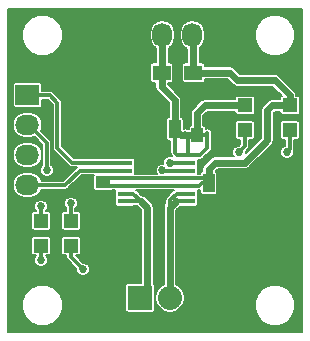
<source format=gtl>
G04 #@! TF.FileFunction,Copper,L1,Top,Signal*
%FSLAX46Y46*%
G04 Gerber Fmt 4.6, Leading zero omitted, Abs format (unit mm)*
G04 Created by KiCad (PCBNEW 0.201509151501+6198~30~ubuntu14.04.1-product) date Sun 04 Oct 2015 11:46:26 PM EDT*
%MOMM*%
G01*
G04 APERTURE LIST*
%ADD10C,0.100000*%
%ADD11C,0.685800*%
%ADD12R,1.000000X1.600000*%
%ADD13R,1.000000X1.250000*%
%ADD14R,1.250000X1.000000*%
%ADD15R,2.032000X1.727200*%
%ADD16O,2.032000X1.727200*%
%ADD17R,2.032000X2.032000*%
%ADD18O,2.032000X2.032000*%
%ADD19R,1.270000X0.406400*%
%ADD20R,1.198880X1.198880*%
%ADD21R,1.500000X1.300000*%
%ADD22R,1.727200X2.032000*%
%ADD23O,1.727200X2.032000*%
%ADD24C,0.609600*%
%ADD25C,0.304800*%
%ADD26C,0.152400*%
G04 APERTURE END LIST*
D10*
D11*
X160147000Y-132461000D03*
X158877000Y-132461000D03*
X157607000Y-132461000D03*
X160147000Y-131191000D03*
X158877000Y-131191000D03*
X157607000Y-131191000D03*
X160147000Y-129921000D03*
X158877000Y-129921000D03*
X157607000Y-129921000D03*
X160147000Y-128651000D03*
X158877000Y-128651000D03*
X157607000Y-128651000D03*
X176149000Y-118745000D03*
X173609000Y-118745000D03*
X167132000Y-127381000D03*
X167132000Y-131064000D03*
X161290000Y-126111000D03*
X171069000Y-131064000D03*
X169799000Y-131064000D03*
X168529000Y-131064000D03*
X174879000Y-118745000D03*
X167132000Y-125984000D03*
X167132000Y-128524000D03*
X167132000Y-129794000D03*
X161290000Y-127254000D03*
X171069000Y-129794000D03*
X169799000Y-129794000D03*
X168529000Y-129794000D03*
X173609000Y-120015000D03*
X162433000Y-127254000D03*
X161290000Y-124968000D03*
X162433000Y-126111000D03*
X162433000Y-124968000D03*
X171069000Y-128524000D03*
X169799000Y-128524000D03*
X168529000Y-128524000D03*
X174879000Y-120015000D03*
X176149000Y-127254000D03*
X174879000Y-127254000D03*
X173609000Y-127254000D03*
X172339000Y-127254000D03*
X171069000Y-127254000D03*
X169799000Y-127254000D03*
X168529000Y-127254000D03*
X176149000Y-120015000D03*
X176149000Y-125984000D03*
X174879000Y-125984000D03*
X173609000Y-125984000D03*
X172339000Y-125984000D03*
X171069000Y-125984000D03*
X169799000Y-125984000D03*
X168529000Y-125984000D03*
X176149000Y-121158000D03*
X176149000Y-124714000D03*
X174879000Y-124714000D03*
X173609000Y-124714000D03*
X172339000Y-124714000D03*
X171069000Y-124714000D03*
X169799000Y-124714000D03*
X168529000Y-124714000D03*
X174879000Y-121031000D03*
X176149000Y-123444000D03*
X174879000Y-123444000D03*
X173609000Y-123444000D03*
X172339000Y-123444000D03*
X171069000Y-123444000D03*
X169799000Y-123444000D03*
X168529000Y-123444000D03*
X173609000Y-121031000D03*
X176149000Y-122174000D03*
X174879000Y-122174000D03*
X173609000Y-122174000D03*
X172339000Y-122174000D03*
X171069000Y-122174000D03*
X169799000Y-122174000D03*
X168529000Y-122174000D03*
X163957000Y-113030000D03*
X161290000Y-115570000D03*
X160020000Y-115570000D03*
X158750000Y-115570000D03*
X157480000Y-115570000D03*
X163957000Y-114046000D03*
X161290000Y-114300000D03*
X160020000Y-114300000D03*
X158750000Y-114300000D03*
X157480000Y-114300000D03*
X162560000Y-113030000D03*
X161290000Y-113030000D03*
X160020000Y-113030000D03*
X158750000Y-113030000D03*
X157480000Y-113030000D03*
X162560000Y-111760000D03*
X161290000Y-111760000D03*
X160020000Y-111760000D03*
X158750000Y-111760000D03*
X157480000Y-111760000D03*
X162560000Y-110490000D03*
X161290000Y-110490000D03*
X160020000Y-110490000D03*
X158750000Y-110490000D03*
D12*
X168616500Y-120205500D03*
X171616500Y-120205500D03*
D13*
X167656000Y-116179600D03*
X169656000Y-116179600D03*
D12*
X165774500Y-115633500D03*
X162774500Y-115633500D03*
D14*
X159702500Y-120158000D03*
X159702500Y-122158000D03*
D15*
X153289000Y-112776000D03*
D16*
X153289000Y-115316000D03*
X153289000Y-117856000D03*
X153289000Y-120396000D03*
D17*
X162814000Y-129921000D03*
D18*
X165354000Y-129921000D03*
D19*
X161544000Y-117856000D03*
X161544000Y-118491000D03*
X161544000Y-119151400D03*
X161544000Y-119811800D03*
X161544000Y-120446800D03*
X161544000Y-121107200D03*
X161544000Y-121767600D03*
X161544000Y-122402600D03*
X161544000Y-123063000D03*
X161544000Y-123698000D03*
X166878000Y-123698000D03*
X166878000Y-123063000D03*
X166878000Y-122402600D03*
X166878000Y-121767600D03*
X166878000Y-121107200D03*
X166878000Y-120446800D03*
X166878000Y-119811800D03*
X166878000Y-119151400D03*
X166878000Y-118491000D03*
X166878000Y-117856000D03*
D20*
X175514000Y-113631980D03*
X175514000Y-115730020D03*
X171704000Y-113631980D03*
X171704000Y-115730020D03*
X156972000Y-123410980D03*
X156972000Y-125509020D03*
X154432000Y-123410980D03*
X154432000Y-125509020D03*
D21*
X167339000Y-110871000D03*
X164639000Y-110871000D03*
D22*
X162179000Y-107696000D03*
D23*
X164719000Y-107696000D03*
X167259000Y-107696000D03*
D11*
X157480000Y-110490000D03*
X154432000Y-122174000D03*
X154940000Y-119126000D03*
X165354000Y-118491000D03*
X156972000Y-121920000D03*
X164719000Y-119126000D03*
X175260000Y-117602000D03*
X171196000Y-117602000D03*
X157988000Y-127508000D03*
X154432000Y-126746000D03*
D24*
X171704000Y-113631980D02*
X168308020Y-113631980D01*
X167656000Y-114284000D02*
X167656000Y-116179600D01*
X168308020Y-113631980D02*
X167656000Y-114284000D01*
X164639000Y-110871000D02*
X164639000Y-112061000D01*
X165774500Y-113196500D02*
X165774500Y-115633500D01*
X164639000Y-112061000D02*
X165774500Y-113196500D01*
X164719000Y-107696000D02*
X164719000Y-110791000D01*
X164719000Y-110791000D02*
X164639000Y-110871000D01*
D25*
X166878000Y-117856000D02*
X167894000Y-117856000D01*
X168300400Y-116179600D02*
X167656000Y-116179600D01*
X168529000Y-115951000D02*
X168300400Y-116179600D01*
X168529000Y-117221000D02*
X168529000Y-115951000D01*
X167894000Y-117856000D02*
X168529000Y-117221000D01*
X166878000Y-117856000D02*
X166878000Y-116179600D01*
X166624000Y-115951000D02*
X166624000Y-116179600D01*
X166649400Y-115951000D02*
X166624000Y-115951000D01*
X166878000Y-116179600D02*
X166649400Y-115951000D01*
X166878000Y-117856000D02*
X165989000Y-117856000D01*
X165989000Y-117856000D02*
X165774500Y-117641500D01*
X165774500Y-117641500D02*
X165774500Y-115633500D01*
D24*
X167656000Y-116179600D02*
X166624000Y-116179600D01*
X166624000Y-116179600D02*
X166320600Y-116179600D01*
X166320600Y-116179600D02*
X165774500Y-115633500D01*
X175514000Y-113631980D02*
X174023020Y-113631980D01*
X168616500Y-119038500D02*
X168616500Y-120205500D01*
X169164000Y-118491000D02*
X168616500Y-119038500D01*
X171704000Y-118491000D02*
X169164000Y-118491000D01*
X173609000Y-116586000D02*
X171704000Y-118491000D01*
X173609000Y-114046000D02*
X173609000Y-116586000D01*
X174023020Y-113631980D02*
X173609000Y-114046000D01*
X167339000Y-110871000D02*
X170434000Y-110871000D01*
X175514000Y-112776000D02*
X175514000Y-113631980D01*
X174244000Y-111506000D02*
X175514000Y-112776000D01*
X171069000Y-111506000D02*
X174244000Y-111506000D01*
X170434000Y-110871000D02*
X171069000Y-111506000D01*
X167339000Y-110871000D02*
X167339000Y-107776000D01*
X167339000Y-107776000D02*
X167259000Y-107696000D01*
D25*
X161544000Y-120446800D02*
X159991300Y-120446800D01*
X159991300Y-120446800D02*
X159702500Y-120158000D01*
X161544000Y-119811800D02*
X160048700Y-119811800D01*
X160048700Y-119811800D02*
X159702500Y-120158000D01*
X166878000Y-119811800D02*
X161544000Y-119811800D01*
X166878000Y-120446800D02*
X161544000Y-120446800D01*
X166878000Y-119811800D02*
X168222800Y-119811800D01*
X168222800Y-119811800D02*
X168616500Y-120205500D01*
X168616500Y-120205500D02*
X168084500Y-120205500D01*
X167843200Y-120446800D02*
X166878000Y-120446800D01*
X168084500Y-120205500D02*
X167843200Y-120446800D01*
X153289000Y-112776000D02*
X155194000Y-112776000D01*
X157099000Y-118491000D02*
X161544000Y-118491000D01*
X155829000Y-117221000D02*
X157099000Y-118491000D01*
X155829000Y-113411000D02*
X155829000Y-117221000D01*
X155194000Y-112776000D02*
X155829000Y-113411000D01*
X153289000Y-115316000D02*
X153416000Y-115316000D01*
X153416000Y-115316000D02*
X154940000Y-116840000D01*
X154432000Y-122174000D02*
X154432000Y-123410980D01*
X154940000Y-116840000D02*
X154940000Y-119126000D01*
X165354000Y-118491000D02*
X166878000Y-118491000D01*
X156972000Y-121920000D02*
X156972000Y-123410980D01*
X164744400Y-119151400D02*
X166878000Y-119151400D01*
X164719000Y-119126000D02*
X164744400Y-119151400D01*
X153289000Y-120396000D02*
X156464000Y-120396000D01*
X157708600Y-119151400D02*
X161544000Y-119151400D01*
X156464000Y-120396000D02*
X157708600Y-119151400D01*
X161544000Y-121107200D02*
X162255200Y-121107200D01*
X162255200Y-121107200D02*
X162915600Y-121767600D01*
X161544000Y-121767600D02*
X162915600Y-121767600D01*
D24*
X163449000Y-122301000D02*
X163449000Y-129286000D01*
X162915600Y-121767600D02*
X163449000Y-122301000D01*
X163449000Y-129286000D02*
X162814000Y-129921000D01*
D25*
X166878000Y-121107200D02*
X165912800Y-121107200D01*
X165354000Y-121666000D02*
X165354000Y-122301000D01*
X165912800Y-121107200D02*
X165354000Y-121666000D01*
X166878000Y-121767600D02*
X165887400Y-121767600D01*
D24*
X165354000Y-122301000D02*
X165354000Y-129921000D01*
X165887400Y-121767600D02*
X165354000Y-122301000D01*
D25*
X175514000Y-115730020D02*
X175514000Y-117348000D01*
X175514000Y-117348000D02*
X175260000Y-117602000D01*
X171704000Y-115730020D02*
X171704000Y-117094000D01*
X171704000Y-117094000D02*
X171196000Y-117602000D01*
X156972000Y-125509020D02*
X156972000Y-126492000D01*
X156972000Y-126492000D02*
X157988000Y-127508000D01*
X154432000Y-125509020D02*
X154432000Y-126746000D01*
D26*
G36*
X176505400Y-132817400D02*
X151662600Y-132817400D01*
X151662600Y-130898331D01*
X152830101Y-130898331D01*
X153092710Y-131533894D01*
X153578548Y-132020581D01*
X154213652Y-132284299D01*
X154901331Y-132284899D01*
X155536894Y-132022290D01*
X156023581Y-131536452D01*
X156287299Y-130901348D01*
X156287899Y-130213669D01*
X156025290Y-129578106D01*
X155539452Y-129091419D01*
X154904348Y-128827701D01*
X154216669Y-128827101D01*
X153581106Y-129089710D01*
X153094419Y-129575548D01*
X152830701Y-130210652D01*
X152830101Y-130898331D01*
X151662600Y-130898331D01*
X151662600Y-124909580D01*
X153599482Y-124909580D01*
X153599482Y-126108460D01*
X153615422Y-126193174D01*
X153665488Y-126270978D01*
X153741880Y-126323175D01*
X153832560Y-126341538D01*
X154028240Y-126341538D01*
X153947789Y-126421849D01*
X153860600Y-126631823D01*
X153860401Y-126859180D01*
X153947224Y-127069306D01*
X154107849Y-127230211D01*
X154317823Y-127317400D01*
X154545180Y-127317599D01*
X154755306Y-127230776D01*
X154916211Y-127070151D01*
X155003400Y-126860177D01*
X155003599Y-126632820D01*
X154916776Y-126422694D01*
X154835761Y-126341538D01*
X155031440Y-126341538D01*
X155116154Y-126325598D01*
X155193958Y-126275532D01*
X155246155Y-126199140D01*
X155264518Y-126108460D01*
X155264518Y-124909580D01*
X156139482Y-124909580D01*
X156139482Y-126108460D01*
X156155422Y-126193174D01*
X156205488Y-126270978D01*
X156281880Y-126323175D01*
X156372560Y-126341538D01*
X156591000Y-126341538D01*
X156591000Y-126492000D01*
X156620002Y-126637803D01*
X156702592Y-126761408D01*
X157416529Y-127475345D01*
X157416401Y-127621180D01*
X157503224Y-127831306D01*
X157663849Y-127992211D01*
X157873823Y-128079400D01*
X158101180Y-128079599D01*
X158311306Y-127992776D01*
X158472211Y-127832151D01*
X158559400Y-127622177D01*
X158559599Y-127394820D01*
X158472776Y-127184694D01*
X158312151Y-127023789D01*
X158102177Y-126936600D01*
X157955287Y-126936471D01*
X157360354Y-126341538D01*
X157571440Y-126341538D01*
X157656154Y-126325598D01*
X157733958Y-126275532D01*
X157786155Y-126199140D01*
X157804518Y-126108460D01*
X157804518Y-124909580D01*
X157788578Y-124824866D01*
X157738512Y-124747062D01*
X157662120Y-124694865D01*
X157571440Y-124676502D01*
X156372560Y-124676502D01*
X156287846Y-124692442D01*
X156210042Y-124742508D01*
X156157845Y-124818900D01*
X156139482Y-124909580D01*
X155264518Y-124909580D01*
X155248578Y-124824866D01*
X155198512Y-124747062D01*
X155122120Y-124694865D01*
X155031440Y-124676502D01*
X153832560Y-124676502D01*
X153747846Y-124692442D01*
X153670042Y-124742508D01*
X153617845Y-124818900D01*
X153599482Y-124909580D01*
X151662600Y-124909580D01*
X151662600Y-122811540D01*
X153599482Y-122811540D01*
X153599482Y-124010420D01*
X153615422Y-124095134D01*
X153665488Y-124172938D01*
X153741880Y-124225135D01*
X153832560Y-124243498D01*
X155031440Y-124243498D01*
X155116154Y-124227558D01*
X155193958Y-124177492D01*
X155246155Y-124101100D01*
X155264518Y-124010420D01*
X155264518Y-122811540D01*
X156139482Y-122811540D01*
X156139482Y-124010420D01*
X156155422Y-124095134D01*
X156205488Y-124172938D01*
X156281880Y-124225135D01*
X156372560Y-124243498D01*
X157571440Y-124243498D01*
X157656154Y-124227558D01*
X157733958Y-124177492D01*
X157786155Y-124101100D01*
X157804518Y-124010420D01*
X157804518Y-122811540D01*
X157788578Y-122726826D01*
X157738512Y-122649022D01*
X157662120Y-122596825D01*
X157571440Y-122578462D01*
X157353000Y-122578462D01*
X157353000Y-122347182D01*
X157456211Y-122244151D01*
X157543400Y-122034177D01*
X157543599Y-121806820D01*
X157456776Y-121596694D01*
X157296151Y-121435789D01*
X157086177Y-121348600D01*
X156858820Y-121348401D01*
X156648694Y-121435224D01*
X156487789Y-121595849D01*
X156400600Y-121805823D01*
X156400401Y-122033180D01*
X156487224Y-122243306D01*
X156591000Y-122347263D01*
X156591000Y-122578462D01*
X156372560Y-122578462D01*
X156287846Y-122594402D01*
X156210042Y-122644468D01*
X156157845Y-122720860D01*
X156139482Y-122811540D01*
X155264518Y-122811540D01*
X155248578Y-122726826D01*
X155198512Y-122649022D01*
X155122120Y-122596825D01*
X155031440Y-122578462D01*
X154835760Y-122578462D01*
X154916211Y-122498151D01*
X155003400Y-122288177D01*
X155003599Y-122060820D01*
X154916776Y-121850694D01*
X154756151Y-121689789D01*
X154546177Y-121602600D01*
X154318820Y-121602401D01*
X154108694Y-121689224D01*
X153947789Y-121849849D01*
X153860600Y-122059823D01*
X153860401Y-122287180D01*
X153947224Y-122497306D01*
X154028239Y-122578462D01*
X153832560Y-122578462D01*
X153747846Y-122594402D01*
X153670042Y-122644468D01*
X153617845Y-122720860D01*
X153599482Y-122811540D01*
X151662600Y-122811540D01*
X151662600Y-120396000D01*
X152020017Y-120396000D01*
X152103156Y-120813967D01*
X152339915Y-121168302D01*
X152694250Y-121405061D01*
X153112217Y-121488200D01*
X153465783Y-121488200D01*
X153883750Y-121405061D01*
X154238085Y-121168302D01*
X154474844Y-120813967D01*
X154482197Y-120777000D01*
X156464000Y-120777000D01*
X156609803Y-120747998D01*
X156733408Y-120665408D01*
X157866416Y-119532400D01*
X158886645Y-119532400D01*
X158862785Y-119567320D01*
X158844422Y-119658000D01*
X158844422Y-120658000D01*
X158860362Y-120742714D01*
X158910428Y-120820518D01*
X158986820Y-120872715D01*
X159077500Y-120891078D01*
X160327500Y-120891078D01*
X160412214Y-120875138D01*
X160485779Y-120827800D01*
X160691353Y-120827800D01*
X160675922Y-120904000D01*
X160675922Y-121310400D01*
X160691862Y-121395114D01*
X160719087Y-121437422D01*
X160694285Y-121473720D01*
X160675922Y-121564400D01*
X160675922Y-121970800D01*
X160691862Y-122055514D01*
X160741928Y-122133318D01*
X160818320Y-122185515D01*
X160909000Y-122203878D01*
X162179000Y-122203878D01*
X162263714Y-122187938D01*
X162324846Y-122148600D01*
X162542258Y-122148600D01*
X162915600Y-122521941D01*
X162915600Y-128671922D01*
X161798000Y-128671922D01*
X161713286Y-128687862D01*
X161635482Y-128737928D01*
X161583285Y-128814320D01*
X161564922Y-128905000D01*
X161564922Y-130937000D01*
X161580862Y-131021714D01*
X161630928Y-131099518D01*
X161707320Y-131151715D01*
X161798000Y-131170078D01*
X163830000Y-131170078D01*
X163914714Y-131154138D01*
X163992518Y-131104072D01*
X164044715Y-131027680D01*
X164063078Y-130937000D01*
X164063078Y-128905000D01*
X164047138Y-128820286D01*
X163997072Y-128742482D01*
X163982400Y-128732457D01*
X163982400Y-122301005D01*
X163982401Y-122301000D01*
X163941797Y-122096877D01*
X163917705Y-122060820D01*
X163826171Y-121923829D01*
X163826168Y-121923827D01*
X163292771Y-121390429D01*
X163119723Y-121274803D01*
X162922360Y-121235545D01*
X162524608Y-120837792D01*
X162509654Y-120827800D01*
X165658346Y-120827800D01*
X165643392Y-120837792D01*
X165643390Y-120837795D01*
X165084592Y-121396592D01*
X165002002Y-121520197D01*
X164992493Y-121568002D01*
X164973000Y-121666000D01*
X164973000Y-121929560D01*
X164861203Y-122096877D01*
X164820600Y-122301000D01*
X164820600Y-128784918D01*
X164473935Y-129016552D01*
X164204140Y-129420329D01*
X164109400Y-129896617D01*
X164109400Y-129945383D01*
X164204140Y-130421671D01*
X164473935Y-130825448D01*
X164877712Y-131095243D01*
X165354000Y-131189983D01*
X165830288Y-131095243D01*
X166124987Y-130898331D01*
X172515101Y-130898331D01*
X172777710Y-131533894D01*
X173263548Y-132020581D01*
X173898652Y-132284299D01*
X174586331Y-132284899D01*
X175221894Y-132022290D01*
X175708581Y-131536452D01*
X175972299Y-130901348D01*
X175972899Y-130213669D01*
X175710290Y-129578106D01*
X175224452Y-129091419D01*
X174589348Y-128827701D01*
X173901669Y-128827101D01*
X173266106Y-129089710D01*
X172779419Y-129575548D01*
X172515701Y-130210652D01*
X172515101Y-130898331D01*
X166124987Y-130898331D01*
X166234065Y-130825448D01*
X166503860Y-130421671D01*
X166598600Y-129945383D01*
X166598600Y-129896617D01*
X166503860Y-129420329D01*
X166234065Y-129016552D01*
X165887400Y-128784918D01*
X165887400Y-122521942D01*
X166211784Y-122197557D01*
X166243000Y-122203878D01*
X167513000Y-122203878D01*
X167597714Y-122187938D01*
X167675518Y-122137872D01*
X167727715Y-122061480D01*
X167746078Y-121970800D01*
X167746078Y-121564400D01*
X167730138Y-121479686D01*
X167702913Y-121437378D01*
X167727715Y-121401080D01*
X167746078Y-121310400D01*
X167746078Y-120904000D01*
X167731740Y-120827800D01*
X167843200Y-120827800D01*
X167883422Y-120819799D01*
X167883422Y-121005500D01*
X167899362Y-121090214D01*
X167949428Y-121168018D01*
X168025820Y-121220215D01*
X168116500Y-121238578D01*
X169116500Y-121238578D01*
X169201214Y-121222638D01*
X169279018Y-121172572D01*
X169331215Y-121096180D01*
X169349578Y-121005500D01*
X169349578Y-119405500D01*
X169333638Y-119320786D01*
X169283572Y-119242982D01*
X169213939Y-119195403D01*
X169384942Y-119024400D01*
X171704000Y-119024400D01*
X171908123Y-118983797D01*
X172081171Y-118868171D01*
X173986171Y-116963171D01*
X174101797Y-116790123D01*
X174142400Y-116586000D01*
X174142400Y-115130580D01*
X174681482Y-115130580D01*
X174681482Y-116329460D01*
X174697422Y-116414174D01*
X174747488Y-116491978D01*
X174823880Y-116544175D01*
X174914560Y-116562538D01*
X175133000Y-116562538D01*
X175133000Y-117036111D01*
X174936694Y-117117224D01*
X174775789Y-117277849D01*
X174688600Y-117487823D01*
X174688401Y-117715180D01*
X174775224Y-117925306D01*
X174935849Y-118086211D01*
X175145823Y-118173400D01*
X175373180Y-118173599D01*
X175583306Y-118086776D01*
X175744211Y-117926151D01*
X175831400Y-117716177D01*
X175831550Y-117545359D01*
X175865998Y-117493803D01*
X175895000Y-117348000D01*
X175895000Y-116562538D01*
X176113440Y-116562538D01*
X176198154Y-116546598D01*
X176275958Y-116496532D01*
X176328155Y-116420140D01*
X176346518Y-116329460D01*
X176346518Y-115130580D01*
X176330578Y-115045866D01*
X176280512Y-114968062D01*
X176204120Y-114915865D01*
X176113440Y-114897502D01*
X174914560Y-114897502D01*
X174829846Y-114913442D01*
X174752042Y-114963508D01*
X174699845Y-115039900D01*
X174681482Y-115130580D01*
X174142400Y-115130580D01*
X174142400Y-114266942D01*
X174243962Y-114165380D01*
X174681482Y-114165380D01*
X174681482Y-114231420D01*
X174697422Y-114316134D01*
X174747488Y-114393938D01*
X174823880Y-114446135D01*
X174914560Y-114464498D01*
X176113440Y-114464498D01*
X176198154Y-114448558D01*
X176275958Y-114398492D01*
X176328155Y-114322100D01*
X176346518Y-114231420D01*
X176346518Y-113032540D01*
X176330578Y-112947826D01*
X176280512Y-112870022D01*
X176204120Y-112817825D01*
X176113440Y-112799462D01*
X176047400Y-112799462D01*
X176047400Y-112776000D01*
X176006797Y-112571877D01*
X176006797Y-112571876D01*
X175891171Y-112398829D01*
X174621171Y-111128829D01*
X174448123Y-111013203D01*
X174244000Y-110972600D01*
X171289941Y-110972600D01*
X170811171Y-110493829D01*
X170638123Y-110378203D01*
X170434000Y-110337600D01*
X168322078Y-110337600D01*
X168322078Y-110221000D01*
X168306138Y-110136286D01*
X168256072Y-110058482D01*
X168179680Y-110006285D01*
X168089000Y-109987922D01*
X167872400Y-109987922D01*
X167872400Y-108751260D01*
X168031302Y-108645085D01*
X168268061Y-108290750D01*
X168318270Y-108038331D01*
X172515101Y-108038331D01*
X172777710Y-108673894D01*
X173263548Y-109160581D01*
X173898652Y-109424299D01*
X174586331Y-109424899D01*
X175221894Y-109162290D01*
X175708581Y-108676452D01*
X175972299Y-108041348D01*
X175972899Y-107353669D01*
X175710290Y-106718106D01*
X175224452Y-106231419D01*
X174589348Y-105967701D01*
X173901669Y-105967101D01*
X173266106Y-106229710D01*
X172779419Y-106715548D01*
X172515701Y-107350652D01*
X172515101Y-108038331D01*
X168318270Y-108038331D01*
X168351200Y-107872783D01*
X168351200Y-107519217D01*
X168268061Y-107101250D01*
X168031302Y-106746915D01*
X167676967Y-106510156D01*
X167259000Y-106427017D01*
X166841033Y-106510156D01*
X166486698Y-106746915D01*
X166249939Y-107101250D01*
X166166800Y-107519217D01*
X166166800Y-107872783D01*
X166249939Y-108290750D01*
X166486698Y-108645085D01*
X166805600Y-108858168D01*
X166805600Y-109987922D01*
X166589000Y-109987922D01*
X166504286Y-110003862D01*
X166426482Y-110053928D01*
X166374285Y-110130320D01*
X166355922Y-110221000D01*
X166355922Y-111521000D01*
X166371862Y-111605714D01*
X166421928Y-111683518D01*
X166498320Y-111735715D01*
X166589000Y-111754078D01*
X168089000Y-111754078D01*
X168173714Y-111738138D01*
X168251518Y-111688072D01*
X168303715Y-111611680D01*
X168322078Y-111521000D01*
X168322078Y-111404400D01*
X170213058Y-111404400D01*
X170691827Y-111883168D01*
X170691829Y-111883171D01*
X170735574Y-111912400D01*
X170864877Y-111998797D01*
X171069000Y-112039401D01*
X171069005Y-112039400D01*
X174023058Y-112039400D01*
X174811114Y-112827456D01*
X174752042Y-112865468D01*
X174699845Y-112941860D01*
X174681482Y-113032540D01*
X174681482Y-113098580D01*
X174023025Y-113098580D01*
X174023020Y-113098579D01*
X173818897Y-113139183D01*
X173645849Y-113254809D01*
X173231829Y-113668829D01*
X173116203Y-113841877D01*
X173075600Y-114046000D01*
X173075600Y-116365058D01*
X171767438Y-117673220D01*
X171767529Y-117569287D01*
X171973405Y-117363410D01*
X171973408Y-117363408D01*
X172055998Y-117239802D01*
X172085000Y-117094000D01*
X172085000Y-116562538D01*
X172303440Y-116562538D01*
X172388154Y-116546598D01*
X172465958Y-116496532D01*
X172518155Y-116420140D01*
X172536518Y-116329460D01*
X172536518Y-115130580D01*
X172520578Y-115045866D01*
X172470512Y-114968062D01*
X172394120Y-114915865D01*
X172303440Y-114897502D01*
X171104560Y-114897502D01*
X171019846Y-114913442D01*
X170942042Y-114963508D01*
X170889845Y-115039900D01*
X170871482Y-115130580D01*
X170871482Y-116329460D01*
X170887422Y-116414174D01*
X170937488Y-116491978D01*
X171013880Y-116544175D01*
X171104560Y-116562538D01*
X171323000Y-116562538D01*
X171323000Y-116936185D01*
X171228656Y-117030529D01*
X171082820Y-117030401D01*
X170872694Y-117117224D01*
X170711789Y-117277849D01*
X170624600Y-117487823D01*
X170624401Y-117715180D01*
X170711224Y-117925306D01*
X170743462Y-117957600D01*
X169164000Y-117957600D01*
X168959877Y-117998203D01*
X168786829Y-118113829D01*
X168239329Y-118661329D01*
X168123703Y-118834377D01*
X168083100Y-119038500D01*
X168083100Y-119178707D01*
X168031786Y-119188362D01*
X167953982Y-119238428D01*
X167901785Y-119314820D01*
X167883422Y-119405500D01*
X167883422Y-119430800D01*
X167730647Y-119430800D01*
X167746078Y-119354600D01*
X167746078Y-118948200D01*
X167730138Y-118863486D01*
X167702913Y-118821178D01*
X167727715Y-118784880D01*
X167746078Y-118694200D01*
X167746078Y-118287800D01*
X167736519Y-118237000D01*
X167894000Y-118237000D01*
X168039803Y-118207998D01*
X168163408Y-118125408D01*
X168798405Y-117490410D01*
X168798408Y-117490408D01*
X168880998Y-117366802D01*
X168887803Y-117332592D01*
X168910001Y-117221000D01*
X168910000Y-117220995D01*
X168910000Y-115951000D01*
X168880998Y-115805198D01*
X168798408Y-115681592D01*
X168674802Y-115599002D01*
X168529000Y-115570000D01*
X168389078Y-115597832D01*
X168389078Y-115554600D01*
X168373138Y-115469886D01*
X168323072Y-115392082D01*
X168246680Y-115339885D01*
X168189400Y-115328286D01*
X168189400Y-114504942D01*
X168528961Y-114165380D01*
X170871482Y-114165380D01*
X170871482Y-114231420D01*
X170887422Y-114316134D01*
X170937488Y-114393938D01*
X171013880Y-114446135D01*
X171104560Y-114464498D01*
X172303440Y-114464498D01*
X172388154Y-114448558D01*
X172465958Y-114398492D01*
X172518155Y-114322100D01*
X172536518Y-114231420D01*
X172536518Y-113032540D01*
X172520578Y-112947826D01*
X172470512Y-112870022D01*
X172394120Y-112817825D01*
X172303440Y-112799462D01*
X171104560Y-112799462D01*
X171019846Y-112815402D01*
X170942042Y-112865468D01*
X170889845Y-112941860D01*
X170871482Y-113032540D01*
X170871482Y-113098580D01*
X168308025Y-113098580D01*
X168308020Y-113098579D01*
X168103897Y-113139183D01*
X167930849Y-113254809D01*
X167930847Y-113254812D01*
X167278829Y-113906829D01*
X167163203Y-114079877D01*
X167122600Y-114284000D01*
X167122600Y-115327807D01*
X167071286Y-115337462D01*
X166993482Y-115387528D01*
X166941285Y-115463920D01*
X166922922Y-115554600D01*
X166922922Y-115646200D01*
X166865840Y-115646200D01*
X166795203Y-115599002D01*
X166649400Y-115570000D01*
X166624000Y-115570000D01*
X166507578Y-115593158D01*
X166507578Y-114833500D01*
X166491638Y-114748786D01*
X166441572Y-114670982D01*
X166365180Y-114618785D01*
X166307900Y-114607186D01*
X166307900Y-113196505D01*
X166307901Y-113196500D01*
X166267297Y-112992377D01*
X166220141Y-112921803D01*
X166151671Y-112819329D01*
X166151668Y-112819327D01*
X165172400Y-111840058D01*
X165172400Y-111754078D01*
X165389000Y-111754078D01*
X165473714Y-111738138D01*
X165551518Y-111688072D01*
X165603715Y-111611680D01*
X165622078Y-111521000D01*
X165622078Y-110221000D01*
X165606138Y-110136286D01*
X165556072Y-110058482D01*
X165479680Y-110006285D01*
X165389000Y-109987922D01*
X165252400Y-109987922D01*
X165252400Y-108804714D01*
X165491302Y-108645085D01*
X165728061Y-108290750D01*
X165811200Y-107872783D01*
X165811200Y-107519217D01*
X165728061Y-107101250D01*
X165491302Y-106746915D01*
X165136967Y-106510156D01*
X164719000Y-106427017D01*
X164301033Y-106510156D01*
X163946698Y-106746915D01*
X163709939Y-107101250D01*
X163626800Y-107519217D01*
X163626800Y-107872783D01*
X163709939Y-108290750D01*
X163946698Y-108645085D01*
X164185600Y-108804714D01*
X164185600Y-109987922D01*
X163889000Y-109987922D01*
X163804286Y-110003862D01*
X163726482Y-110053928D01*
X163674285Y-110130320D01*
X163655922Y-110221000D01*
X163655922Y-111521000D01*
X163671862Y-111605714D01*
X163721928Y-111683518D01*
X163798320Y-111735715D01*
X163889000Y-111754078D01*
X164105600Y-111754078D01*
X164105600Y-112061000D01*
X164146203Y-112265123D01*
X164261829Y-112438171D01*
X165241100Y-113417441D01*
X165241100Y-114606707D01*
X165189786Y-114616362D01*
X165111982Y-114666428D01*
X165059785Y-114742820D01*
X165041422Y-114833500D01*
X165041422Y-116433500D01*
X165057362Y-116518214D01*
X165107428Y-116596018D01*
X165183820Y-116648215D01*
X165274500Y-116666578D01*
X165393500Y-116666578D01*
X165393500Y-117641500D01*
X165422502Y-117787303D01*
X165505092Y-117910908D01*
X165546169Y-117951985D01*
X165468177Y-117919600D01*
X165240820Y-117919401D01*
X165030694Y-118006224D01*
X164869789Y-118166849D01*
X164782600Y-118376823D01*
X164782444Y-118554556D01*
X164605820Y-118554401D01*
X164395694Y-118641224D01*
X164234789Y-118801849D01*
X164147600Y-119011823D01*
X164147401Y-119239180D01*
X164226577Y-119430800D01*
X162396647Y-119430800D01*
X162412078Y-119354600D01*
X162412078Y-118948200D01*
X162396138Y-118863486D01*
X162368913Y-118821178D01*
X162393715Y-118784880D01*
X162412078Y-118694200D01*
X162412078Y-118287800D01*
X162396138Y-118203086D01*
X162346072Y-118125282D01*
X162269680Y-118073085D01*
X162179000Y-118054722D01*
X160909000Y-118054722D01*
X160824286Y-118070662D01*
X160763154Y-118110000D01*
X157256816Y-118110000D01*
X156210000Y-117063184D01*
X156210000Y-113411005D01*
X156210001Y-113411000D01*
X156180998Y-113265198D01*
X156108703Y-113157000D01*
X156098408Y-113141592D01*
X156098405Y-113141590D01*
X155463408Y-112506592D01*
X155339803Y-112424002D01*
X155194000Y-112395000D01*
X154538078Y-112395000D01*
X154538078Y-111912400D01*
X154522138Y-111827686D01*
X154472072Y-111749882D01*
X154395680Y-111697685D01*
X154305000Y-111679322D01*
X152273000Y-111679322D01*
X152188286Y-111695262D01*
X152110482Y-111745328D01*
X152058285Y-111821720D01*
X152039922Y-111912400D01*
X152039922Y-113639600D01*
X152055862Y-113724314D01*
X152105928Y-113802118D01*
X152182320Y-113854315D01*
X152273000Y-113872678D01*
X154305000Y-113872678D01*
X154389714Y-113856738D01*
X154467518Y-113806672D01*
X154519715Y-113730280D01*
X154538078Y-113639600D01*
X154538078Y-113157000D01*
X155036184Y-113157000D01*
X155448000Y-113568815D01*
X155448000Y-117221000D01*
X155477002Y-117366803D01*
X155559592Y-117490408D01*
X156829592Y-118760408D01*
X156953197Y-118842998D01*
X157099000Y-118872000D01*
X157454146Y-118872000D01*
X157439192Y-118881992D01*
X156306184Y-120015000D01*
X154482197Y-120015000D01*
X154474844Y-119978033D01*
X154238085Y-119623698D01*
X153883750Y-119386939D01*
X153465783Y-119303800D01*
X153112217Y-119303800D01*
X152694250Y-119386939D01*
X152339915Y-119623698D01*
X152103156Y-119978033D01*
X152020017Y-120396000D01*
X151662600Y-120396000D01*
X151662600Y-117856000D01*
X152020017Y-117856000D01*
X152103156Y-118273967D01*
X152339915Y-118628302D01*
X152694250Y-118865061D01*
X153112217Y-118948200D01*
X153465783Y-118948200D01*
X153883750Y-118865061D01*
X154238085Y-118628302D01*
X154474844Y-118273967D01*
X154557983Y-117856000D01*
X154474844Y-117438033D01*
X154238085Y-117083698D01*
X153883750Y-116846939D01*
X153465783Y-116763800D01*
X153112217Y-116763800D01*
X152694250Y-116846939D01*
X152339915Y-117083698D01*
X152103156Y-117438033D01*
X152020017Y-117856000D01*
X151662600Y-117856000D01*
X151662600Y-115316000D01*
X152020017Y-115316000D01*
X152103156Y-115733967D01*
X152339915Y-116088302D01*
X152694250Y-116325061D01*
X153112217Y-116408200D01*
X153465783Y-116408200D01*
X153883750Y-116325061D01*
X153885246Y-116324061D01*
X154559000Y-116997815D01*
X154559000Y-118698818D01*
X154455789Y-118801849D01*
X154368600Y-119011823D01*
X154368401Y-119239180D01*
X154455224Y-119449306D01*
X154615849Y-119610211D01*
X154825823Y-119697400D01*
X155053180Y-119697599D01*
X155263306Y-119610776D01*
X155424211Y-119450151D01*
X155511400Y-119240177D01*
X155511599Y-119012820D01*
X155424776Y-118802694D01*
X155321000Y-118698737D01*
X155321000Y-116840000D01*
X155291998Y-116694198D01*
X155209408Y-116570592D01*
X155209405Y-116570590D01*
X154433964Y-115795148D01*
X154474844Y-115733967D01*
X154557983Y-115316000D01*
X154474844Y-114898033D01*
X154238085Y-114543698D01*
X153883750Y-114306939D01*
X153465783Y-114223800D01*
X153112217Y-114223800D01*
X152694250Y-114306939D01*
X152339915Y-114543698D01*
X152103156Y-114898033D01*
X152020017Y-115316000D01*
X151662600Y-115316000D01*
X151662600Y-108038331D01*
X152830101Y-108038331D01*
X153092710Y-108673894D01*
X153578548Y-109160581D01*
X154213652Y-109424299D01*
X154901331Y-109424899D01*
X155536894Y-109162290D01*
X156023581Y-108676452D01*
X156287299Y-108041348D01*
X156287899Y-107353669D01*
X156025290Y-106718106D01*
X155539452Y-106231419D01*
X154904348Y-105967701D01*
X154216669Y-105967101D01*
X153581106Y-106229710D01*
X153094419Y-106715548D01*
X152830701Y-107350652D01*
X152830101Y-108038331D01*
X151662600Y-108038331D01*
X151662600Y-105434600D01*
X176505400Y-105434600D01*
X176505400Y-132817400D01*
X176505400Y-132817400D01*
G37*
X176505400Y-132817400D02*
X151662600Y-132817400D01*
X151662600Y-130898331D01*
X152830101Y-130898331D01*
X153092710Y-131533894D01*
X153578548Y-132020581D01*
X154213652Y-132284299D01*
X154901331Y-132284899D01*
X155536894Y-132022290D01*
X156023581Y-131536452D01*
X156287299Y-130901348D01*
X156287899Y-130213669D01*
X156025290Y-129578106D01*
X155539452Y-129091419D01*
X154904348Y-128827701D01*
X154216669Y-128827101D01*
X153581106Y-129089710D01*
X153094419Y-129575548D01*
X152830701Y-130210652D01*
X152830101Y-130898331D01*
X151662600Y-130898331D01*
X151662600Y-124909580D01*
X153599482Y-124909580D01*
X153599482Y-126108460D01*
X153615422Y-126193174D01*
X153665488Y-126270978D01*
X153741880Y-126323175D01*
X153832560Y-126341538D01*
X154028240Y-126341538D01*
X153947789Y-126421849D01*
X153860600Y-126631823D01*
X153860401Y-126859180D01*
X153947224Y-127069306D01*
X154107849Y-127230211D01*
X154317823Y-127317400D01*
X154545180Y-127317599D01*
X154755306Y-127230776D01*
X154916211Y-127070151D01*
X155003400Y-126860177D01*
X155003599Y-126632820D01*
X154916776Y-126422694D01*
X154835761Y-126341538D01*
X155031440Y-126341538D01*
X155116154Y-126325598D01*
X155193958Y-126275532D01*
X155246155Y-126199140D01*
X155264518Y-126108460D01*
X155264518Y-124909580D01*
X156139482Y-124909580D01*
X156139482Y-126108460D01*
X156155422Y-126193174D01*
X156205488Y-126270978D01*
X156281880Y-126323175D01*
X156372560Y-126341538D01*
X156591000Y-126341538D01*
X156591000Y-126492000D01*
X156620002Y-126637803D01*
X156702592Y-126761408D01*
X157416529Y-127475345D01*
X157416401Y-127621180D01*
X157503224Y-127831306D01*
X157663849Y-127992211D01*
X157873823Y-128079400D01*
X158101180Y-128079599D01*
X158311306Y-127992776D01*
X158472211Y-127832151D01*
X158559400Y-127622177D01*
X158559599Y-127394820D01*
X158472776Y-127184694D01*
X158312151Y-127023789D01*
X158102177Y-126936600D01*
X157955287Y-126936471D01*
X157360354Y-126341538D01*
X157571440Y-126341538D01*
X157656154Y-126325598D01*
X157733958Y-126275532D01*
X157786155Y-126199140D01*
X157804518Y-126108460D01*
X157804518Y-124909580D01*
X157788578Y-124824866D01*
X157738512Y-124747062D01*
X157662120Y-124694865D01*
X157571440Y-124676502D01*
X156372560Y-124676502D01*
X156287846Y-124692442D01*
X156210042Y-124742508D01*
X156157845Y-124818900D01*
X156139482Y-124909580D01*
X155264518Y-124909580D01*
X155248578Y-124824866D01*
X155198512Y-124747062D01*
X155122120Y-124694865D01*
X155031440Y-124676502D01*
X153832560Y-124676502D01*
X153747846Y-124692442D01*
X153670042Y-124742508D01*
X153617845Y-124818900D01*
X153599482Y-124909580D01*
X151662600Y-124909580D01*
X151662600Y-122811540D01*
X153599482Y-122811540D01*
X153599482Y-124010420D01*
X153615422Y-124095134D01*
X153665488Y-124172938D01*
X153741880Y-124225135D01*
X153832560Y-124243498D01*
X155031440Y-124243498D01*
X155116154Y-124227558D01*
X155193958Y-124177492D01*
X155246155Y-124101100D01*
X155264518Y-124010420D01*
X155264518Y-122811540D01*
X156139482Y-122811540D01*
X156139482Y-124010420D01*
X156155422Y-124095134D01*
X156205488Y-124172938D01*
X156281880Y-124225135D01*
X156372560Y-124243498D01*
X157571440Y-124243498D01*
X157656154Y-124227558D01*
X157733958Y-124177492D01*
X157786155Y-124101100D01*
X157804518Y-124010420D01*
X157804518Y-122811540D01*
X157788578Y-122726826D01*
X157738512Y-122649022D01*
X157662120Y-122596825D01*
X157571440Y-122578462D01*
X157353000Y-122578462D01*
X157353000Y-122347182D01*
X157456211Y-122244151D01*
X157543400Y-122034177D01*
X157543599Y-121806820D01*
X157456776Y-121596694D01*
X157296151Y-121435789D01*
X157086177Y-121348600D01*
X156858820Y-121348401D01*
X156648694Y-121435224D01*
X156487789Y-121595849D01*
X156400600Y-121805823D01*
X156400401Y-122033180D01*
X156487224Y-122243306D01*
X156591000Y-122347263D01*
X156591000Y-122578462D01*
X156372560Y-122578462D01*
X156287846Y-122594402D01*
X156210042Y-122644468D01*
X156157845Y-122720860D01*
X156139482Y-122811540D01*
X155264518Y-122811540D01*
X155248578Y-122726826D01*
X155198512Y-122649022D01*
X155122120Y-122596825D01*
X155031440Y-122578462D01*
X154835760Y-122578462D01*
X154916211Y-122498151D01*
X155003400Y-122288177D01*
X155003599Y-122060820D01*
X154916776Y-121850694D01*
X154756151Y-121689789D01*
X154546177Y-121602600D01*
X154318820Y-121602401D01*
X154108694Y-121689224D01*
X153947789Y-121849849D01*
X153860600Y-122059823D01*
X153860401Y-122287180D01*
X153947224Y-122497306D01*
X154028239Y-122578462D01*
X153832560Y-122578462D01*
X153747846Y-122594402D01*
X153670042Y-122644468D01*
X153617845Y-122720860D01*
X153599482Y-122811540D01*
X151662600Y-122811540D01*
X151662600Y-120396000D01*
X152020017Y-120396000D01*
X152103156Y-120813967D01*
X152339915Y-121168302D01*
X152694250Y-121405061D01*
X153112217Y-121488200D01*
X153465783Y-121488200D01*
X153883750Y-121405061D01*
X154238085Y-121168302D01*
X154474844Y-120813967D01*
X154482197Y-120777000D01*
X156464000Y-120777000D01*
X156609803Y-120747998D01*
X156733408Y-120665408D01*
X157866416Y-119532400D01*
X158886645Y-119532400D01*
X158862785Y-119567320D01*
X158844422Y-119658000D01*
X158844422Y-120658000D01*
X158860362Y-120742714D01*
X158910428Y-120820518D01*
X158986820Y-120872715D01*
X159077500Y-120891078D01*
X160327500Y-120891078D01*
X160412214Y-120875138D01*
X160485779Y-120827800D01*
X160691353Y-120827800D01*
X160675922Y-120904000D01*
X160675922Y-121310400D01*
X160691862Y-121395114D01*
X160719087Y-121437422D01*
X160694285Y-121473720D01*
X160675922Y-121564400D01*
X160675922Y-121970800D01*
X160691862Y-122055514D01*
X160741928Y-122133318D01*
X160818320Y-122185515D01*
X160909000Y-122203878D01*
X162179000Y-122203878D01*
X162263714Y-122187938D01*
X162324846Y-122148600D01*
X162542258Y-122148600D01*
X162915600Y-122521941D01*
X162915600Y-128671922D01*
X161798000Y-128671922D01*
X161713286Y-128687862D01*
X161635482Y-128737928D01*
X161583285Y-128814320D01*
X161564922Y-128905000D01*
X161564922Y-130937000D01*
X161580862Y-131021714D01*
X161630928Y-131099518D01*
X161707320Y-131151715D01*
X161798000Y-131170078D01*
X163830000Y-131170078D01*
X163914714Y-131154138D01*
X163992518Y-131104072D01*
X164044715Y-131027680D01*
X164063078Y-130937000D01*
X164063078Y-128905000D01*
X164047138Y-128820286D01*
X163997072Y-128742482D01*
X163982400Y-128732457D01*
X163982400Y-122301005D01*
X163982401Y-122301000D01*
X163941797Y-122096877D01*
X163917705Y-122060820D01*
X163826171Y-121923829D01*
X163826168Y-121923827D01*
X163292771Y-121390429D01*
X163119723Y-121274803D01*
X162922360Y-121235545D01*
X162524608Y-120837792D01*
X162509654Y-120827800D01*
X165658346Y-120827800D01*
X165643392Y-120837792D01*
X165643390Y-120837795D01*
X165084592Y-121396592D01*
X165002002Y-121520197D01*
X164992493Y-121568002D01*
X164973000Y-121666000D01*
X164973000Y-121929560D01*
X164861203Y-122096877D01*
X164820600Y-122301000D01*
X164820600Y-128784918D01*
X164473935Y-129016552D01*
X164204140Y-129420329D01*
X164109400Y-129896617D01*
X164109400Y-129945383D01*
X164204140Y-130421671D01*
X164473935Y-130825448D01*
X164877712Y-131095243D01*
X165354000Y-131189983D01*
X165830288Y-131095243D01*
X166124987Y-130898331D01*
X172515101Y-130898331D01*
X172777710Y-131533894D01*
X173263548Y-132020581D01*
X173898652Y-132284299D01*
X174586331Y-132284899D01*
X175221894Y-132022290D01*
X175708581Y-131536452D01*
X175972299Y-130901348D01*
X175972899Y-130213669D01*
X175710290Y-129578106D01*
X175224452Y-129091419D01*
X174589348Y-128827701D01*
X173901669Y-128827101D01*
X173266106Y-129089710D01*
X172779419Y-129575548D01*
X172515701Y-130210652D01*
X172515101Y-130898331D01*
X166124987Y-130898331D01*
X166234065Y-130825448D01*
X166503860Y-130421671D01*
X166598600Y-129945383D01*
X166598600Y-129896617D01*
X166503860Y-129420329D01*
X166234065Y-129016552D01*
X165887400Y-128784918D01*
X165887400Y-122521942D01*
X166211784Y-122197557D01*
X166243000Y-122203878D01*
X167513000Y-122203878D01*
X167597714Y-122187938D01*
X167675518Y-122137872D01*
X167727715Y-122061480D01*
X167746078Y-121970800D01*
X167746078Y-121564400D01*
X167730138Y-121479686D01*
X167702913Y-121437378D01*
X167727715Y-121401080D01*
X167746078Y-121310400D01*
X167746078Y-120904000D01*
X167731740Y-120827800D01*
X167843200Y-120827800D01*
X167883422Y-120819799D01*
X167883422Y-121005500D01*
X167899362Y-121090214D01*
X167949428Y-121168018D01*
X168025820Y-121220215D01*
X168116500Y-121238578D01*
X169116500Y-121238578D01*
X169201214Y-121222638D01*
X169279018Y-121172572D01*
X169331215Y-121096180D01*
X169349578Y-121005500D01*
X169349578Y-119405500D01*
X169333638Y-119320786D01*
X169283572Y-119242982D01*
X169213939Y-119195403D01*
X169384942Y-119024400D01*
X171704000Y-119024400D01*
X171908123Y-118983797D01*
X172081171Y-118868171D01*
X173986171Y-116963171D01*
X174101797Y-116790123D01*
X174142400Y-116586000D01*
X174142400Y-115130580D01*
X174681482Y-115130580D01*
X174681482Y-116329460D01*
X174697422Y-116414174D01*
X174747488Y-116491978D01*
X174823880Y-116544175D01*
X174914560Y-116562538D01*
X175133000Y-116562538D01*
X175133000Y-117036111D01*
X174936694Y-117117224D01*
X174775789Y-117277849D01*
X174688600Y-117487823D01*
X174688401Y-117715180D01*
X174775224Y-117925306D01*
X174935849Y-118086211D01*
X175145823Y-118173400D01*
X175373180Y-118173599D01*
X175583306Y-118086776D01*
X175744211Y-117926151D01*
X175831400Y-117716177D01*
X175831550Y-117545359D01*
X175865998Y-117493803D01*
X175895000Y-117348000D01*
X175895000Y-116562538D01*
X176113440Y-116562538D01*
X176198154Y-116546598D01*
X176275958Y-116496532D01*
X176328155Y-116420140D01*
X176346518Y-116329460D01*
X176346518Y-115130580D01*
X176330578Y-115045866D01*
X176280512Y-114968062D01*
X176204120Y-114915865D01*
X176113440Y-114897502D01*
X174914560Y-114897502D01*
X174829846Y-114913442D01*
X174752042Y-114963508D01*
X174699845Y-115039900D01*
X174681482Y-115130580D01*
X174142400Y-115130580D01*
X174142400Y-114266942D01*
X174243962Y-114165380D01*
X174681482Y-114165380D01*
X174681482Y-114231420D01*
X174697422Y-114316134D01*
X174747488Y-114393938D01*
X174823880Y-114446135D01*
X174914560Y-114464498D01*
X176113440Y-114464498D01*
X176198154Y-114448558D01*
X176275958Y-114398492D01*
X176328155Y-114322100D01*
X176346518Y-114231420D01*
X176346518Y-113032540D01*
X176330578Y-112947826D01*
X176280512Y-112870022D01*
X176204120Y-112817825D01*
X176113440Y-112799462D01*
X176047400Y-112799462D01*
X176047400Y-112776000D01*
X176006797Y-112571877D01*
X176006797Y-112571876D01*
X175891171Y-112398829D01*
X174621171Y-111128829D01*
X174448123Y-111013203D01*
X174244000Y-110972600D01*
X171289941Y-110972600D01*
X170811171Y-110493829D01*
X170638123Y-110378203D01*
X170434000Y-110337600D01*
X168322078Y-110337600D01*
X168322078Y-110221000D01*
X168306138Y-110136286D01*
X168256072Y-110058482D01*
X168179680Y-110006285D01*
X168089000Y-109987922D01*
X167872400Y-109987922D01*
X167872400Y-108751260D01*
X168031302Y-108645085D01*
X168268061Y-108290750D01*
X168318270Y-108038331D01*
X172515101Y-108038331D01*
X172777710Y-108673894D01*
X173263548Y-109160581D01*
X173898652Y-109424299D01*
X174586331Y-109424899D01*
X175221894Y-109162290D01*
X175708581Y-108676452D01*
X175972299Y-108041348D01*
X175972899Y-107353669D01*
X175710290Y-106718106D01*
X175224452Y-106231419D01*
X174589348Y-105967701D01*
X173901669Y-105967101D01*
X173266106Y-106229710D01*
X172779419Y-106715548D01*
X172515701Y-107350652D01*
X172515101Y-108038331D01*
X168318270Y-108038331D01*
X168351200Y-107872783D01*
X168351200Y-107519217D01*
X168268061Y-107101250D01*
X168031302Y-106746915D01*
X167676967Y-106510156D01*
X167259000Y-106427017D01*
X166841033Y-106510156D01*
X166486698Y-106746915D01*
X166249939Y-107101250D01*
X166166800Y-107519217D01*
X166166800Y-107872783D01*
X166249939Y-108290750D01*
X166486698Y-108645085D01*
X166805600Y-108858168D01*
X166805600Y-109987922D01*
X166589000Y-109987922D01*
X166504286Y-110003862D01*
X166426482Y-110053928D01*
X166374285Y-110130320D01*
X166355922Y-110221000D01*
X166355922Y-111521000D01*
X166371862Y-111605714D01*
X166421928Y-111683518D01*
X166498320Y-111735715D01*
X166589000Y-111754078D01*
X168089000Y-111754078D01*
X168173714Y-111738138D01*
X168251518Y-111688072D01*
X168303715Y-111611680D01*
X168322078Y-111521000D01*
X168322078Y-111404400D01*
X170213058Y-111404400D01*
X170691827Y-111883168D01*
X170691829Y-111883171D01*
X170735574Y-111912400D01*
X170864877Y-111998797D01*
X171069000Y-112039401D01*
X171069005Y-112039400D01*
X174023058Y-112039400D01*
X174811114Y-112827456D01*
X174752042Y-112865468D01*
X174699845Y-112941860D01*
X174681482Y-113032540D01*
X174681482Y-113098580D01*
X174023025Y-113098580D01*
X174023020Y-113098579D01*
X173818897Y-113139183D01*
X173645849Y-113254809D01*
X173231829Y-113668829D01*
X173116203Y-113841877D01*
X173075600Y-114046000D01*
X173075600Y-116365058D01*
X171767438Y-117673220D01*
X171767529Y-117569287D01*
X171973405Y-117363410D01*
X171973408Y-117363408D01*
X172055998Y-117239802D01*
X172085000Y-117094000D01*
X172085000Y-116562538D01*
X172303440Y-116562538D01*
X172388154Y-116546598D01*
X172465958Y-116496532D01*
X172518155Y-116420140D01*
X172536518Y-116329460D01*
X172536518Y-115130580D01*
X172520578Y-115045866D01*
X172470512Y-114968062D01*
X172394120Y-114915865D01*
X172303440Y-114897502D01*
X171104560Y-114897502D01*
X171019846Y-114913442D01*
X170942042Y-114963508D01*
X170889845Y-115039900D01*
X170871482Y-115130580D01*
X170871482Y-116329460D01*
X170887422Y-116414174D01*
X170937488Y-116491978D01*
X171013880Y-116544175D01*
X171104560Y-116562538D01*
X171323000Y-116562538D01*
X171323000Y-116936185D01*
X171228656Y-117030529D01*
X171082820Y-117030401D01*
X170872694Y-117117224D01*
X170711789Y-117277849D01*
X170624600Y-117487823D01*
X170624401Y-117715180D01*
X170711224Y-117925306D01*
X170743462Y-117957600D01*
X169164000Y-117957600D01*
X168959877Y-117998203D01*
X168786829Y-118113829D01*
X168239329Y-118661329D01*
X168123703Y-118834377D01*
X168083100Y-119038500D01*
X168083100Y-119178707D01*
X168031786Y-119188362D01*
X167953982Y-119238428D01*
X167901785Y-119314820D01*
X167883422Y-119405500D01*
X167883422Y-119430800D01*
X167730647Y-119430800D01*
X167746078Y-119354600D01*
X167746078Y-118948200D01*
X167730138Y-118863486D01*
X167702913Y-118821178D01*
X167727715Y-118784880D01*
X167746078Y-118694200D01*
X167746078Y-118287800D01*
X167736519Y-118237000D01*
X167894000Y-118237000D01*
X168039803Y-118207998D01*
X168163408Y-118125408D01*
X168798405Y-117490410D01*
X168798408Y-117490408D01*
X168880998Y-117366802D01*
X168887803Y-117332592D01*
X168910001Y-117221000D01*
X168910000Y-117220995D01*
X168910000Y-115951000D01*
X168880998Y-115805198D01*
X168798408Y-115681592D01*
X168674802Y-115599002D01*
X168529000Y-115570000D01*
X168389078Y-115597832D01*
X168389078Y-115554600D01*
X168373138Y-115469886D01*
X168323072Y-115392082D01*
X168246680Y-115339885D01*
X168189400Y-115328286D01*
X168189400Y-114504942D01*
X168528961Y-114165380D01*
X170871482Y-114165380D01*
X170871482Y-114231420D01*
X170887422Y-114316134D01*
X170937488Y-114393938D01*
X171013880Y-114446135D01*
X171104560Y-114464498D01*
X172303440Y-114464498D01*
X172388154Y-114448558D01*
X172465958Y-114398492D01*
X172518155Y-114322100D01*
X172536518Y-114231420D01*
X172536518Y-113032540D01*
X172520578Y-112947826D01*
X172470512Y-112870022D01*
X172394120Y-112817825D01*
X172303440Y-112799462D01*
X171104560Y-112799462D01*
X171019846Y-112815402D01*
X170942042Y-112865468D01*
X170889845Y-112941860D01*
X170871482Y-113032540D01*
X170871482Y-113098580D01*
X168308025Y-113098580D01*
X168308020Y-113098579D01*
X168103897Y-113139183D01*
X167930849Y-113254809D01*
X167930847Y-113254812D01*
X167278829Y-113906829D01*
X167163203Y-114079877D01*
X167122600Y-114284000D01*
X167122600Y-115327807D01*
X167071286Y-115337462D01*
X166993482Y-115387528D01*
X166941285Y-115463920D01*
X166922922Y-115554600D01*
X166922922Y-115646200D01*
X166865840Y-115646200D01*
X166795203Y-115599002D01*
X166649400Y-115570000D01*
X166624000Y-115570000D01*
X166507578Y-115593158D01*
X166507578Y-114833500D01*
X166491638Y-114748786D01*
X166441572Y-114670982D01*
X166365180Y-114618785D01*
X166307900Y-114607186D01*
X166307900Y-113196505D01*
X166307901Y-113196500D01*
X166267297Y-112992377D01*
X166220141Y-112921803D01*
X166151671Y-112819329D01*
X166151668Y-112819327D01*
X165172400Y-111840058D01*
X165172400Y-111754078D01*
X165389000Y-111754078D01*
X165473714Y-111738138D01*
X165551518Y-111688072D01*
X165603715Y-111611680D01*
X165622078Y-111521000D01*
X165622078Y-110221000D01*
X165606138Y-110136286D01*
X165556072Y-110058482D01*
X165479680Y-110006285D01*
X165389000Y-109987922D01*
X165252400Y-109987922D01*
X165252400Y-108804714D01*
X165491302Y-108645085D01*
X165728061Y-108290750D01*
X165811200Y-107872783D01*
X165811200Y-107519217D01*
X165728061Y-107101250D01*
X165491302Y-106746915D01*
X165136967Y-106510156D01*
X164719000Y-106427017D01*
X164301033Y-106510156D01*
X163946698Y-106746915D01*
X163709939Y-107101250D01*
X163626800Y-107519217D01*
X163626800Y-107872783D01*
X163709939Y-108290750D01*
X163946698Y-108645085D01*
X164185600Y-108804714D01*
X164185600Y-109987922D01*
X163889000Y-109987922D01*
X163804286Y-110003862D01*
X163726482Y-110053928D01*
X163674285Y-110130320D01*
X163655922Y-110221000D01*
X163655922Y-111521000D01*
X163671862Y-111605714D01*
X163721928Y-111683518D01*
X163798320Y-111735715D01*
X163889000Y-111754078D01*
X164105600Y-111754078D01*
X164105600Y-112061000D01*
X164146203Y-112265123D01*
X164261829Y-112438171D01*
X165241100Y-113417441D01*
X165241100Y-114606707D01*
X165189786Y-114616362D01*
X165111982Y-114666428D01*
X165059785Y-114742820D01*
X165041422Y-114833500D01*
X165041422Y-116433500D01*
X165057362Y-116518214D01*
X165107428Y-116596018D01*
X165183820Y-116648215D01*
X165274500Y-116666578D01*
X165393500Y-116666578D01*
X165393500Y-117641500D01*
X165422502Y-117787303D01*
X165505092Y-117910908D01*
X165546169Y-117951985D01*
X165468177Y-117919600D01*
X165240820Y-117919401D01*
X165030694Y-118006224D01*
X164869789Y-118166849D01*
X164782600Y-118376823D01*
X164782444Y-118554556D01*
X164605820Y-118554401D01*
X164395694Y-118641224D01*
X164234789Y-118801849D01*
X164147600Y-119011823D01*
X164147401Y-119239180D01*
X164226577Y-119430800D01*
X162396647Y-119430800D01*
X162412078Y-119354600D01*
X162412078Y-118948200D01*
X162396138Y-118863486D01*
X162368913Y-118821178D01*
X162393715Y-118784880D01*
X162412078Y-118694200D01*
X162412078Y-118287800D01*
X162396138Y-118203086D01*
X162346072Y-118125282D01*
X162269680Y-118073085D01*
X162179000Y-118054722D01*
X160909000Y-118054722D01*
X160824286Y-118070662D01*
X160763154Y-118110000D01*
X157256816Y-118110000D01*
X156210000Y-117063184D01*
X156210000Y-113411005D01*
X156210001Y-113411000D01*
X156180998Y-113265198D01*
X156108703Y-113157000D01*
X156098408Y-113141592D01*
X156098405Y-113141590D01*
X155463408Y-112506592D01*
X155339803Y-112424002D01*
X155194000Y-112395000D01*
X154538078Y-112395000D01*
X154538078Y-111912400D01*
X154522138Y-111827686D01*
X154472072Y-111749882D01*
X154395680Y-111697685D01*
X154305000Y-111679322D01*
X152273000Y-111679322D01*
X152188286Y-111695262D01*
X152110482Y-111745328D01*
X152058285Y-111821720D01*
X152039922Y-111912400D01*
X152039922Y-113639600D01*
X152055862Y-113724314D01*
X152105928Y-113802118D01*
X152182320Y-113854315D01*
X152273000Y-113872678D01*
X154305000Y-113872678D01*
X154389714Y-113856738D01*
X154467518Y-113806672D01*
X154519715Y-113730280D01*
X154538078Y-113639600D01*
X154538078Y-113157000D01*
X155036184Y-113157000D01*
X155448000Y-113568815D01*
X155448000Y-117221000D01*
X155477002Y-117366803D01*
X155559592Y-117490408D01*
X156829592Y-118760408D01*
X156953197Y-118842998D01*
X157099000Y-118872000D01*
X157454146Y-118872000D01*
X157439192Y-118881992D01*
X156306184Y-120015000D01*
X154482197Y-120015000D01*
X154474844Y-119978033D01*
X154238085Y-119623698D01*
X153883750Y-119386939D01*
X153465783Y-119303800D01*
X153112217Y-119303800D01*
X152694250Y-119386939D01*
X152339915Y-119623698D01*
X152103156Y-119978033D01*
X152020017Y-120396000D01*
X151662600Y-120396000D01*
X151662600Y-117856000D01*
X152020017Y-117856000D01*
X152103156Y-118273967D01*
X152339915Y-118628302D01*
X152694250Y-118865061D01*
X153112217Y-118948200D01*
X153465783Y-118948200D01*
X153883750Y-118865061D01*
X154238085Y-118628302D01*
X154474844Y-118273967D01*
X154557983Y-117856000D01*
X154474844Y-117438033D01*
X154238085Y-117083698D01*
X153883750Y-116846939D01*
X153465783Y-116763800D01*
X153112217Y-116763800D01*
X152694250Y-116846939D01*
X152339915Y-117083698D01*
X152103156Y-117438033D01*
X152020017Y-117856000D01*
X151662600Y-117856000D01*
X151662600Y-115316000D01*
X152020017Y-115316000D01*
X152103156Y-115733967D01*
X152339915Y-116088302D01*
X152694250Y-116325061D01*
X153112217Y-116408200D01*
X153465783Y-116408200D01*
X153883750Y-116325061D01*
X153885246Y-116324061D01*
X154559000Y-116997815D01*
X154559000Y-118698818D01*
X154455789Y-118801849D01*
X154368600Y-119011823D01*
X154368401Y-119239180D01*
X154455224Y-119449306D01*
X154615849Y-119610211D01*
X154825823Y-119697400D01*
X155053180Y-119697599D01*
X155263306Y-119610776D01*
X155424211Y-119450151D01*
X155511400Y-119240177D01*
X155511599Y-119012820D01*
X155424776Y-118802694D01*
X155321000Y-118698737D01*
X155321000Y-116840000D01*
X155291998Y-116694198D01*
X155209408Y-116570592D01*
X155209405Y-116570590D01*
X154433964Y-115795148D01*
X154474844Y-115733967D01*
X154557983Y-115316000D01*
X154474844Y-114898033D01*
X154238085Y-114543698D01*
X153883750Y-114306939D01*
X153465783Y-114223800D01*
X153112217Y-114223800D01*
X152694250Y-114306939D01*
X152339915Y-114543698D01*
X152103156Y-114898033D01*
X152020017Y-115316000D01*
X151662600Y-115316000D01*
X151662600Y-108038331D01*
X152830101Y-108038331D01*
X153092710Y-108673894D01*
X153578548Y-109160581D01*
X154213652Y-109424299D01*
X154901331Y-109424899D01*
X155536894Y-109162290D01*
X156023581Y-108676452D01*
X156287299Y-108041348D01*
X156287899Y-107353669D01*
X156025290Y-106718106D01*
X155539452Y-106231419D01*
X154904348Y-105967701D01*
X154216669Y-105967101D01*
X153581106Y-106229710D01*
X153094419Y-106715548D01*
X152830701Y-107350652D01*
X152830101Y-108038331D01*
X151662600Y-108038331D01*
X151662600Y-105434600D01*
X176505400Y-105434600D01*
X176505400Y-132817400D01*
M02*

</source>
